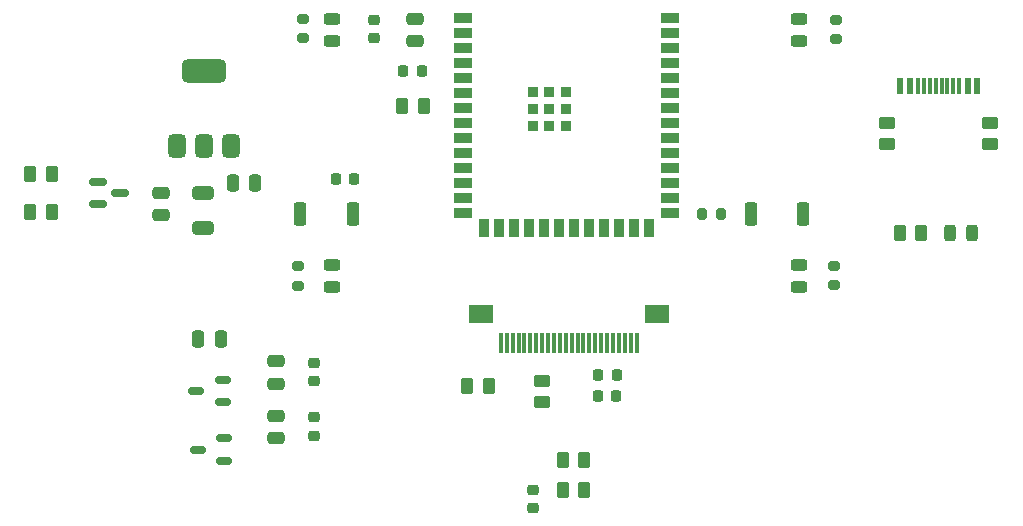
<source format=gbr>
%TF.GenerationSoftware,KiCad,Pcbnew,9.0.7*%
%TF.CreationDate,2026-02-16T21:50:05-05:00*%
%TF.ProjectId,Primis_FaceTracker,5072696d-6973-45f4-9661-636554726163,rev?*%
%TF.SameCoordinates,Original*%
%TF.FileFunction,Paste,Top*%
%TF.FilePolarity,Positive*%
%FSLAX46Y46*%
G04 Gerber Fmt 4.6, Leading zero omitted, Abs format (unit mm)*
G04 Created by KiCad (PCBNEW 9.0.7) date 2026-02-16 21:50:05*
%MOMM*%
%LPD*%
G01*
G04 APERTURE LIST*
G04 Aperture macros list*
%AMRoundRect*
0 Rectangle with rounded corners*
0 $1 Rounding radius*
0 $2 $3 $4 $5 $6 $7 $8 $9 X,Y pos of 4 corners*
0 Add a 4 corners polygon primitive as box body*
4,1,4,$2,$3,$4,$5,$6,$7,$8,$9,$2,$3,0*
0 Add four circle primitives for the rounded corners*
1,1,$1+$1,$2,$3*
1,1,$1+$1,$4,$5*
1,1,$1+$1,$6,$7*
1,1,$1+$1,$8,$9*
0 Add four rect primitives between the rounded corners*
20,1,$1+$1,$2,$3,$4,$5,0*
20,1,$1+$1,$4,$5,$6,$7,0*
20,1,$1+$1,$6,$7,$8,$9,0*
20,1,$1+$1,$8,$9,$2,$3,0*%
G04 Aperture macros list end*
%ADD10RoundRect,0.250000X-0.262500X-0.450000X0.262500X-0.450000X0.262500X0.450000X-0.262500X0.450000X0*%
%ADD11RoundRect,0.250000X0.262500X0.450000X-0.262500X0.450000X-0.262500X-0.450000X0.262500X-0.450000X0*%
%ADD12R,0.600000X1.450000*%
%ADD13R,0.300000X1.450000*%
%ADD14RoundRect,0.225000X0.250000X-0.225000X0.250000X0.225000X-0.250000X0.225000X-0.250000X-0.225000X0*%
%ADD15RoundRect,0.250000X-0.650000X0.325000X-0.650000X-0.325000X0.650000X-0.325000X0.650000X0.325000X0*%
%ADD16RoundRect,0.243750X0.456250X-0.243750X0.456250X0.243750X-0.456250X0.243750X-0.456250X-0.243750X0*%
%ADD17RoundRect,0.250000X-0.250000X-0.475000X0.250000X-0.475000X0.250000X0.475000X-0.250000X0.475000X0*%
%ADD18RoundRect,0.375000X0.375000X-0.625000X0.375000X0.625000X-0.375000X0.625000X-0.375000X-0.625000X0*%
%ADD19RoundRect,0.500000X1.400000X-0.500000X1.400000X0.500000X-1.400000X0.500000X-1.400000X-0.500000X0*%
%ADD20RoundRect,0.200000X-0.275000X0.200000X-0.275000X-0.200000X0.275000X-0.200000X0.275000X0.200000X0*%
%ADD21RoundRect,0.200000X-0.200000X-0.275000X0.200000X-0.275000X0.200000X0.275000X-0.200000X0.275000X0*%
%ADD22RoundRect,0.225000X-0.225000X-0.250000X0.225000X-0.250000X0.225000X0.250000X-0.225000X0.250000X0*%
%ADD23RoundRect,0.150000X0.512500X0.150000X-0.512500X0.150000X-0.512500X-0.150000X0.512500X-0.150000X0*%
%ADD24RoundRect,0.250000X0.275000X0.750000X-0.275000X0.750000X-0.275000X-0.750000X0.275000X-0.750000X0*%
%ADD25RoundRect,0.243750X0.243750X0.456250X-0.243750X0.456250X-0.243750X-0.456250X0.243750X-0.456250X0*%
%ADD26R,0.900000X0.900000*%
%ADD27R,1.500000X0.900000*%
%ADD28R,0.900000X1.500000*%
%ADD29RoundRect,0.150000X-0.587500X-0.150000X0.587500X-0.150000X0.587500X0.150000X-0.587500X0.150000X0*%
%ADD30RoundRect,0.250000X-0.475000X0.250000X-0.475000X-0.250000X0.475000X-0.250000X0.475000X0.250000X0*%
%ADD31RoundRect,0.250000X0.450000X-0.262500X0.450000X0.262500X-0.450000X0.262500X-0.450000X-0.262500X0*%
%ADD32RoundRect,0.250000X-0.275000X-0.750000X0.275000X-0.750000X0.275000X0.750000X-0.275000X0.750000X0*%
%ADD33RoundRect,0.250000X-0.450000X0.262500X-0.450000X-0.262500X0.450000X-0.262500X0.450000X0.262500X0*%
%ADD34RoundRect,0.250000X0.475000X-0.250000X0.475000X0.250000X-0.475000X0.250000X-0.475000X-0.250000X0*%
%ADD35R,0.300000X1.800000*%
%ADD36R,2.000000X1.500000*%
%ADD37RoundRect,0.225000X-0.250000X0.225000X-0.250000X-0.225000X0.250000X-0.225000X0.250000X0.225000X0*%
%ADD38RoundRect,0.225000X0.225000X0.250000X-0.225000X0.250000X-0.225000X-0.250000X0.225000X-0.250000X0*%
G04 APERTURE END LIST*
D10*
%TO.C,R13*%
X154175000Y-107000000D03*
X156000000Y-107000000D03*
%TD*%
D11*
%TO.C,R8*%
X150500000Y-83250000D03*
X148675000Y-83250000D03*
%TD*%
D12*
%TO.C,J1*%
X197320000Y-81595000D03*
X196520000Y-81595000D03*
D13*
X195320000Y-81595000D03*
X194320000Y-81595000D03*
X193820000Y-81595000D03*
X192820000Y-81595000D03*
D12*
X191620000Y-81595000D03*
X190820000Y-81595000D03*
X190820000Y-81595000D03*
X191620000Y-81595000D03*
D13*
X192320000Y-81595000D03*
X193320000Y-81595000D03*
X194820000Y-81595000D03*
X195820000Y-81595000D03*
D12*
X196520000Y-81595000D03*
X197320000Y-81595000D03*
%TD*%
D14*
%TO.C,C11*%
X141200000Y-111150000D03*
X141200000Y-109600000D03*
%TD*%
D15*
%TO.C,C5*%
X131800000Y-90600000D03*
X131800000Y-93550000D03*
%TD*%
D10*
%TO.C,R10*%
X117175000Y-92200000D03*
X119000000Y-92200000D03*
%TD*%
D16*
%TO.C,D2*%
X182250000Y-77750000D03*
X182250000Y-75875000D03*
%TD*%
D11*
%TO.C,R12*%
X164075000Y-113250000D03*
X162250000Y-113250000D03*
%TD*%
D17*
%TO.C,C8*%
X131400000Y-103000000D03*
X133300000Y-103000000D03*
%TD*%
D18*
%TO.C,U2*%
X129600000Y-86600000D03*
X131900000Y-86600000D03*
D19*
X131900000Y-80300000D03*
D18*
X134200000Y-86600000D03*
%TD*%
D16*
%TO.C,D4*%
X142750000Y-98600000D03*
X142750000Y-96725000D03*
%TD*%
D20*
%TO.C,R2*%
X140250000Y-75850000D03*
X140250000Y-77500000D03*
%TD*%
D21*
%TO.C,R9*%
X174000000Y-92400000D03*
X175650000Y-92400000D03*
%TD*%
D22*
%TO.C,C14*%
X165200000Y-107800000D03*
X166750000Y-107800000D03*
%TD*%
D23*
%TO.C,U3*%
X133462500Y-108350000D03*
X133462500Y-106450000D03*
X131187500Y-107400000D03*
%TD*%
D14*
%TO.C,C12*%
X141200000Y-106550000D03*
X141200000Y-105000000D03*
%TD*%
D24*
%TO.C,Reset*%
X144450000Y-92400000D03*
X140000000Y-92400000D03*
%TD*%
D14*
%TO.C,C3*%
X146250000Y-77500000D03*
X146250000Y-75950000D03*
%TD*%
D25*
%TO.C,D5*%
X196875000Y-94000000D03*
X195000000Y-94000000D03*
%TD*%
D26*
%TO.C,U1*%
X159692500Y-82105000D03*
X159692500Y-83505000D03*
X159692500Y-84905000D03*
X161092500Y-82105000D03*
X161092500Y-83505000D03*
X161092500Y-84905000D03*
X162492500Y-82105000D03*
X162492500Y-83505000D03*
X162492500Y-84905000D03*
D27*
X153842500Y-75785000D03*
X153842500Y-77055000D03*
X153842500Y-78325000D03*
X153842500Y-79595000D03*
X153842500Y-80865000D03*
X153842500Y-82135000D03*
X153842500Y-83405000D03*
X153842500Y-84675000D03*
X153842500Y-85945000D03*
X153842500Y-87215000D03*
X153842500Y-88485000D03*
X153842500Y-89755000D03*
X153842500Y-91025000D03*
X153842500Y-92295000D03*
D28*
X155607500Y-93545000D03*
X156877500Y-93545000D03*
X158147500Y-93545000D03*
X159417500Y-93545000D03*
X160687500Y-93545000D03*
X161957500Y-93545000D03*
X163227500Y-93545000D03*
X164497500Y-93545000D03*
X165767500Y-93545000D03*
X167037500Y-93545000D03*
X168307500Y-93545000D03*
X169577500Y-93545000D03*
D27*
X171342500Y-92295000D03*
X171342500Y-91025000D03*
X171342500Y-89755000D03*
X171342500Y-88485000D03*
X171342500Y-87215000D03*
X171342500Y-85945000D03*
X171342500Y-84675000D03*
X171342500Y-83405000D03*
X171342500Y-82135000D03*
X171342500Y-80865000D03*
X171342500Y-79595000D03*
X171342500Y-78325000D03*
X171342500Y-77055000D03*
X171342500Y-75785000D03*
%TD*%
D29*
%TO.C,Q1*%
X122925000Y-89650000D03*
X122925000Y-91550000D03*
X124800000Y-90600000D03*
%TD*%
D30*
%TO.C,C1*%
X128200000Y-90600000D03*
X128200000Y-92500000D03*
%TD*%
D31*
%TO.C,R6*%
X198430000Y-86475000D03*
X198430000Y-84650000D03*
%TD*%
D32*
%TO.C,Boot*%
X178150000Y-92400000D03*
X182600000Y-92400000D03*
%TD*%
D16*
%TO.C,D1*%
X142750000Y-77750000D03*
X142750000Y-75875000D03*
%TD*%
D11*
%TO.C,R15*%
X164075000Y-115750000D03*
X162250000Y-115750000D03*
%TD*%
D23*
%TO.C,U5*%
X133600000Y-113300000D03*
X133600000Y-111400000D03*
X131325000Y-112350000D03*
%TD*%
D33*
%TO.C,R14*%
X160500000Y-106500000D03*
X160500000Y-108325000D03*
%TD*%
D34*
%TO.C,C2*%
X149750000Y-77750000D03*
X149750000Y-75850000D03*
%TD*%
D20*
%TO.C,R3*%
X185400000Y-75950000D03*
X185400000Y-77600000D03*
%TD*%
D22*
%TO.C,C15*%
X165250000Y-106000000D03*
X166800000Y-106000000D03*
%TD*%
%TO.C,C7*%
X143050000Y-89400000D03*
X144600000Y-89400000D03*
%TD*%
D17*
%TO.C,C4*%
X134300000Y-89800000D03*
X136200000Y-89800000D03*
%TD*%
D16*
%TO.C,D3*%
X182250000Y-98600000D03*
X182250000Y-96725000D03*
%TD*%
D35*
%TO.C,CN2*%
X157000100Y-103318400D03*
X157499900Y-103318400D03*
X158000100Y-103318400D03*
X158499900Y-103318400D03*
X159000100Y-103318400D03*
X159499900Y-103318400D03*
X160000100Y-103318400D03*
X160499900Y-103318400D03*
X161000100Y-103318400D03*
X161499900Y-103318400D03*
X162000100Y-103318400D03*
X162499900Y-103318400D03*
X162999800Y-103318400D03*
X163499900Y-103318400D03*
X163999800Y-103318400D03*
X164499900Y-103318400D03*
X164999800Y-103318400D03*
X165499900Y-103318400D03*
X165999800Y-103318400D03*
X166499900Y-103318400D03*
X166999800Y-103318400D03*
X167499900Y-103318400D03*
X167999800Y-103318400D03*
X168499900Y-103318400D03*
D36*
X170199900Y-100868600D03*
X155300100Y-100868600D03*
%TD*%
D11*
%TO.C,R1*%
X119000000Y-89000000D03*
X117175000Y-89000000D03*
%TD*%
D20*
%TO.C,R4*%
X185200000Y-96775000D03*
X185200000Y-98425000D03*
%TD*%
D11*
%TO.C,R11*%
X192600000Y-94000000D03*
X190775000Y-94000000D03*
%TD*%
D37*
%TO.C,C13*%
X159750000Y-115750000D03*
X159750000Y-117300000D03*
%TD*%
D34*
%TO.C,C10*%
X138000000Y-106750000D03*
X138000000Y-104850000D03*
%TD*%
%TO.C,C9*%
X138000000Y-111400000D03*
X138000000Y-109500000D03*
%TD*%
D31*
%TO.C,R7*%
X189680000Y-86475000D03*
X189680000Y-84650000D03*
%TD*%
D20*
%TO.C,R5*%
X139800000Y-96800000D03*
X139800000Y-98450000D03*
%TD*%
D38*
%TO.C,C6*%
X150300000Y-80250000D03*
X148750000Y-80250000D03*
%TD*%
M02*

</source>
